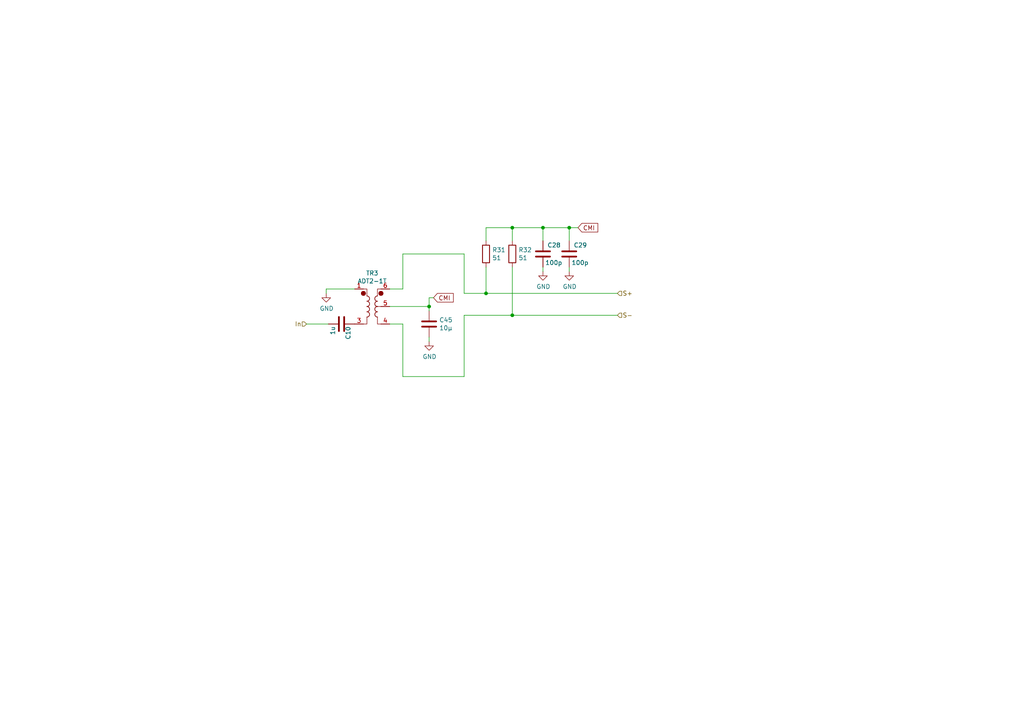
<source format=kicad_sch>
(kicad_sch (version 20211123) (generator eeschema)
  (paper "A4")
  (lib_symbols
    (symbol "Device:C" (pin_numbers hide) (pin_names (offset 0.254))
      (property "Reference" "C" (at 0.635 2.54 0))
      (property "Value" "C" (at 0.635 -2.54 0))
      (symbol "C_0_1"
        (polyline (pts (xy -2.032 -0.762) (xy 2.032 -0.762)) (stroke (width 0.508)))
        (polyline (pts (xy -2.032 0.762) (xy 2.032 0.762)) (stroke (width 0.508)))
      )
      (symbol "C_1_1"
        (pin passive line (at 0 3.81 270) (length 2.794) (name "~") (number "1"))
        (pin passive line (at 0 -3.81 90) (length 2.794) (name "~") (number "2"))
      )
    )
    (symbol "Device:R" (pin_numbers hide) (pin_names (offset 0))
      (property "Reference" "R" (at 2.032 0 90))
      (property "Value" "R" (at 0 0 90))
      (symbol "R_0_1"
        (rectangle (start -1.016 -2.54) (end 1.016 2.54) (stroke (width 0.254)))
      )
      (symbol "R_1_1"
        (pin passive line (at 0 3.81 270) (length 1.27) (name "~") (number "1"))
        (pin passive line (at 0 -3.81 90) (length 1.27) (name "~") (number "2"))
      )
    )
    (symbol "LibPersoNadj:ADT2-1T" (pin_names hide)
      (property "Reference" "TR" (at 0 -6.35 0))
      (property "Value" "LibPersoNadj_ADT2-1T" (at 0 6.985 0))
      (symbol "ADT2-1T_0_1"
        (circle (center -2.54 3.81) (radius 0.635) (fill (type outline)))
        (arc (start -1.524 -3.048) (mid -0.762 -2.286) (end -1.524 -1.524) (stroke (width 0.2032)))
        (arc (start -1.524 -1.524) (mid -0.762 -0.762) (end -1.524 0) (stroke (width 0.2032)))
        (arc (start -1.524 0) (mid -0.762 0.762) (end -1.524 1.524) (stroke (width 0.2032)))
        (arc (start -1.524 1.524) (mid -0.762 2.286) (end -1.524 3.048) (stroke (width 0.2032)))
        (polyline (pts (xy 2.54 0) (xy 1.27 0)) (stroke (width 0.1524)))
        (polyline (pts (xy -2.54 -5.08) (xy -1.524 -5.08) (xy -1.524 -3.048)) (stroke (width 0.1524)))
        (polyline (pts (xy -1.524 3.048) (xy -1.524 5.08) (xy -2.54 5.08)) (stroke (width 0.1524)))
        (polyline (pts (xy 1.524 -3.048) (xy 1.524 -5.08) (xy 2.54 -5.08)) (stroke (width 0.1524)))
        (polyline (pts (xy 2.54 5.08) (xy 1.524 5.08) (xy 1.524 3.048)) (stroke (width 0.1524)))
        (arc (start 1.524 -1.524) (mid 0.762 -2.286) (end 1.524 -3.048) (stroke (width 0.2032)))
        (arc (start 1.524 0) (mid 0.762 -0.762) (end 1.524 -1.524) (stroke (width 0.2032)))
        (arc (start 1.524 1.524) (mid 0.762 0.762) (end 1.524 0) (stroke (width 0.2032)))
        (arc (start 1.524 3.048) (mid 0.762 2.286) (end 1.524 1.524) (stroke (width 0.2032)))
        (circle (center 2.54 3.81) (radius 0.635) (fill (type outline)))
      )
      (symbol "ADT2-1T_1_1"
        (pin passive line (at -5.08 5.08 0) (length 2.54) (name "~") (number "1"))
        (pin no_connect line (at -2.54 0 0) (length 2.54) hide (name "~") (number "2"))
        (pin passive line (at -5.08 -5.08 0) (length 2.54) (name "~") (number "3"))
        (pin passive line (at 5.08 -5.08 180) (length 2.54) (name "~") (number "4"))
        (pin passive line (at 5.08 0 180) (length 2.54) (name "~") (number "5"))
        (pin passive line (at 5.08 5.08 180) (length 2.54) (name "~") (number "6"))
      )
    )
    (symbol "power:GND" (power) (pin_names (offset 0))
      (property "Value" "GND" (at 0 -3.81 0))
      (symbol "GND_0_1"
        (polyline (pts (xy 0 0) (xy 0 -1.27) (xy 1.27 -1.27) (xy 0 -2.54) (xy -1.27 -1.27) (xy 0 -1.27)))
      )
      (symbol "GND_1_1"
        (pin power_in line (at 0 0 270) (length 0) hide (name "GND") (number "1"))
      )
    )
  )
  (junction (at 165.1 66.04))
  (junction (at 157.48 66.04))
  (junction (at 124.46 88.9))
  (junction (at 140.97 85.09))
  (junction (at 148.59 66.04))
  (junction (at 148.59 91.44))
  (wire (pts (xy 140.97 77.47) (xy 140.97 85.09)))
  (wire (pts (xy 165.1 66.04) (xy 167.64 66.04)))
  (wire (pts (xy 140.97 66.04) (xy 140.97 69.85)))
  (wire (pts (xy 134.62 91.44) (xy 148.59 91.44)))
  (wire (pts (xy 157.48 77.47) (xy 157.48 78.74)))
  (wire (pts (xy 165.1 77.47) (xy 165.1 78.74)))
  (wire (pts (xy 165.1 66.04) (xy 157.48 66.04)))
  (wire (pts (xy 124.46 97.79) (xy 124.46 99.06)))
  (wire (pts (xy 113.03 83.82) (xy 116.84 83.82)))
  (wire (pts (xy 113.03 88.9) (xy 124.46 88.9)))
  (wire (pts (xy 116.84 109.22) (xy 134.62 109.22)))
  (wire (pts (xy 134.62 73.66) (xy 134.62 85.09)))
  (wire (pts (xy 94.615 83.82) (xy 102.87 83.82)))
  (wire (pts (xy 134.62 91.44) (xy 134.62 109.22)))
  (wire (pts (xy 140.97 85.09) (xy 179.07 85.09)))
  (wire (pts (xy 94.615 83.82) (xy 94.615 85.09)))
  (wire (pts (xy 124.46 86.36) (xy 125.73 86.36)))
  (wire (pts (xy 148.59 77.47) (xy 148.59 91.44)))
  (wire (pts (xy 116.84 83.82) (xy 116.84 73.66)))
  (wire (pts (xy 157.48 66.04) (xy 157.48 69.85)))
  (wire (pts (xy 116.84 93.98) (xy 116.84 109.22)))
  (wire (pts (xy 124.46 88.9) (xy 124.46 86.36)))
  (wire (pts (xy 124.46 88.9) (xy 124.46 90.17)))
  (wire (pts (xy 148.59 66.04) (xy 157.48 66.04)))
  (wire (pts (xy 148.59 66.04) (xy 148.59 69.85)))
  (wire (pts (xy 88.9 93.98) (xy 95.25 93.98)))
  (wire (pts (xy 116.84 73.66) (xy 134.62 73.66)))
  (wire (pts (xy 165.1 69.85) (xy 165.1 66.04)))
  (wire (pts (xy 113.03 93.98) (xy 116.84 93.98)))
  (wire (pts (xy 140.97 66.04) (xy 148.59 66.04)))
  (wire (pts (xy 134.62 85.09) (xy 140.97 85.09)))
  (wire (pts (xy 148.59 91.44) (xy 179.07 91.44)))
  (global_label "CMI" (shape input) (at 125.73 86.36 0) (property "Références Inter-Feuilles" "${INTERSHEET_REFS}" (effects hide)))
  (global_label "CMI" (shape input) (at 167.64 66.04 0) (property "Références Inter-Feuilles" "${INTERSHEET_REFS}" (effects hide)))
  (hierarchical_label "S+" (shape input) (at 179.07 85.09 0))
  (hierarchical_label "In" (shape input) (at 88.9 93.98 180))
  (hierarchical_label "S-" (shape input) (at 179.07 91.44 0))
  (symbol (lib_id "Device:R") (at 148.59 73.66 0)
    (property "Reference" "R32" (at 150.368 72.4916 0) (effects (justify left)))
    (property "Value" "51" (at 150.368 74.803 0) (effects (justify left)))
    (property "Footprint" "Resistor_SMD:R_0603_1608Metric_Pad0.98x0.95mm_HandSolder" (effects hide))
  )
  (symbol (lib_id "Device:C") (at 157.48 73.66 180)
    (property "Reference" "C28" (at 158.75 71.12 0) (effects (justify right)))
    (property "Value" "100p" (at 158.115 76.2 0) (effects (justify right)))
    (property "Footprint" "Capacitor_SMD:C_0603_1608Metric_Pad1.08x0.95mm_HandSolder" (effects hide))
  )
  (symbol (lib_id "Device:C") (at 165.1 73.66 180)
    (property "Reference" "C29" (at 166.37 71.12 0) (effects (justify right)))
    (property "Value" "100p" (at 165.735 76.2 0) (effects (justify right)))
    (property "Footprint" "Capacitor_SMD:C_0603_1608Metric_Pad1.08x0.95mm_HandSolder" (effects hide))
  )
  (symbol (lib_id "power:GND") (at 157.48 78.74 0)
    (property "Reference" "#PWR0131" (effects hide))
    (property "Value" "GND" (at 157.607 83.1342 0))
  )
  (symbol (lib_id "Device:R") (at 140.97 73.66 0)
    (property "Reference" "R31" (at 142.748 72.4916 0) (effects (justify left)))
    (property "Value" "51" (at 142.748 74.803 0) (effects (justify left)))
    (property "Footprint" "Resistor_SMD:R_0603_1608Metric_Pad0.98x0.95mm_HandSolder" (effects hide))
  )
  (symbol (lib_id "power:GND") (at 124.46 99.06 0)
    (property "Reference" "#PWR0133" (effects hide))
    (property "Value" "GND" (at 124.587 103.4542 0))
  )
  (symbol (lib_id "LibPersoNadj:ADT2-1T") (at 107.95 88.9 0)
    (property "Reference" "TR3" (at 107.95 79.2226 0))
    (property "Value" "ADT2-1T" (at 107.95 81.534 0))
    (property "Footprint" "RF_Mini-Circuits:Mini-Circuits_CD542_H2.84mm" (effects hide))
    (property "Datasheet" "https://www.minicircuits.com/pdfs/ADT2-1T+.pdf" (effects hide))
  )
  (symbol (lib_id "Device:C") (at 124.46 93.98 180)
    (property "Reference" "C45" (at 127.381 92.8116 0) (effects (justify right)))
    (property "Value" "10µ" (at 127.381 95.123 0) (effects (justify right)))
    (property "Footprint" "Capacitor_SMD:C_0603_1608Metric_Pad1.08x0.95mm_HandSolder" (effects hide))
  )
  (symbol (lib_id "power:GND") (at 165.1 78.74 0)
    (property "Reference" "#PWR0134" (effects hide))
    (property "Value" "GND" (at 165.227 83.1342 0))
  )
  (symbol (lib_id "power:GND") (at 94.615 85.09 0)
    (property "Reference" "#PWR09" (effects hide))
    (property "Value" "GND" (at 94.742 89.4842 0))
  )
  (symbol (lib_id "Device:C") (at 99.06 93.98 90)
    (property "Reference" "C10" (at 100.965 94.615 0) (effects (justify right)))
    (property "Value" "1u" (at 96.52 94.615 0) (effects (justify right)))
    (property "Footprint" "Capacitor_SMD:C_0603_1608Metric_Pad1.08x0.95mm_HandSolder" (effects hide))
  )
)
</source>
